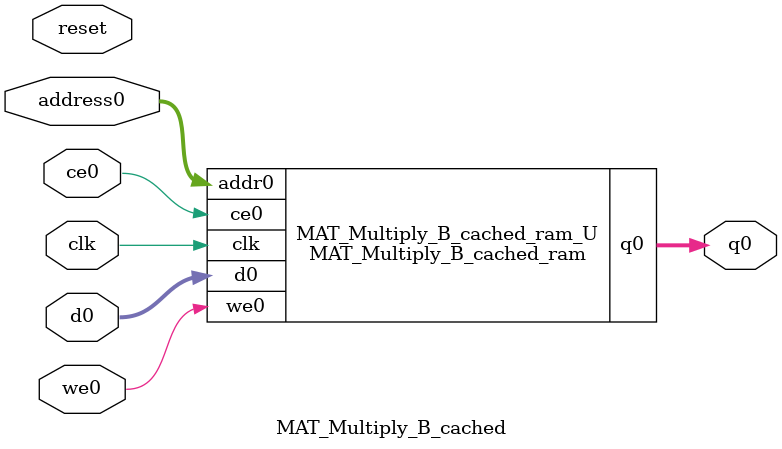
<source format=v>

`timescale 1 ns / 1 ps
module MAT_Multiply_B_cached_ram (addr0, ce0, d0, we0, q0,  clk);

parameter DWIDTH = 32;
parameter AWIDTH = 14;
parameter MEM_SIZE = 10000;

input[AWIDTH-1:0] addr0;
input ce0;
input[DWIDTH-1:0] d0;
input we0;
output reg[DWIDTH-1:0] q0;
input clk;

(* ram_style = "block" *)reg [DWIDTH-1:0] ram[MEM_SIZE-1:0];




always @(posedge clk)  
begin 
    if (ce0) 
    begin
        if (we0) 
        begin 
            ram[addr0] <= d0; 
            q0 <= d0;
        end 
        else 
            q0 <= ram[addr0];
    end
end


endmodule


`timescale 1 ns / 1 ps
module MAT_Multiply_B_cached(
    reset,
    clk,
    address0,
    ce0,
    we0,
    d0,
    q0);

parameter DataWidth = 32'd32;
parameter AddressRange = 32'd10000;
parameter AddressWidth = 32'd14;
input reset;
input clk;
input[AddressWidth - 1:0] address0;
input ce0;
input we0;
input[DataWidth - 1:0] d0;
output[DataWidth - 1:0] q0;



MAT_Multiply_B_cached_ram MAT_Multiply_B_cached_ram_U(
    .clk( clk ),
    .addr0( address0 ),
    .ce0( ce0 ),
    .d0( d0 ),
    .we0( we0 ),
    .q0( q0 ));

endmodule


</source>
